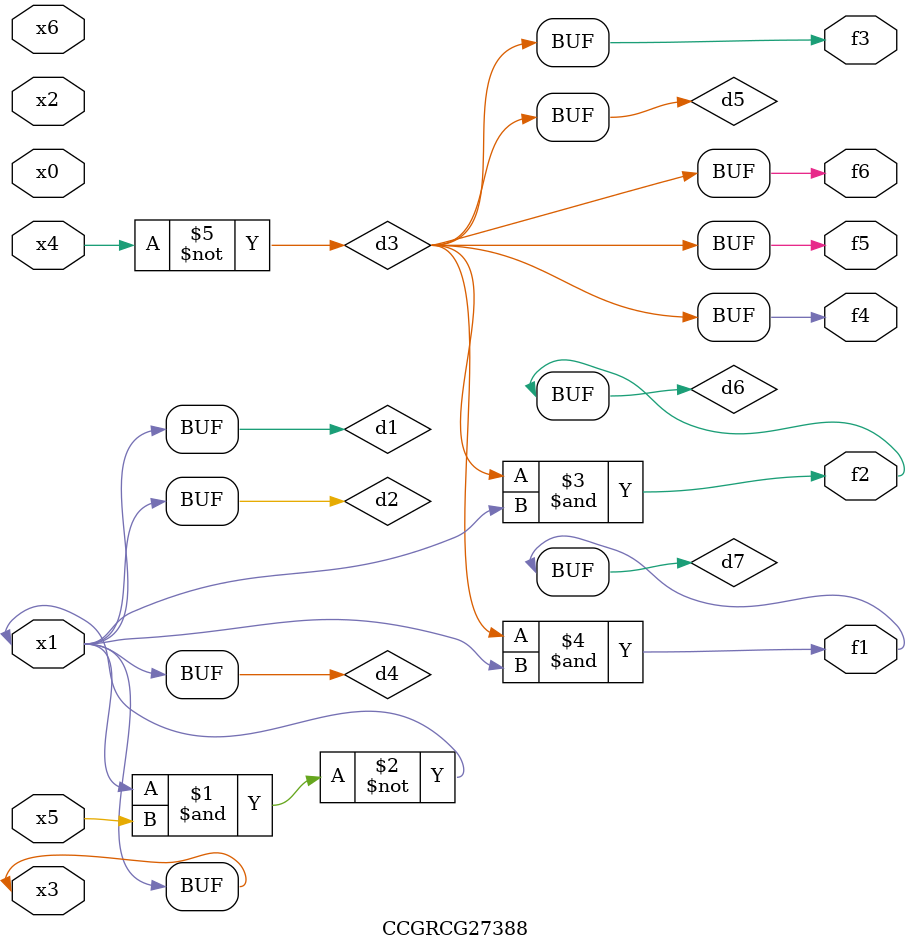
<source format=v>
module CCGRCG27388(
	input x0, x1, x2, x3, x4, x5, x6,
	output f1, f2, f3, f4, f5, f6
);

	wire d1, d2, d3, d4, d5, d6, d7;

	buf (d1, x1, x3);
	nand (d2, x1, x5);
	not (d3, x4);
	buf (d4, d1, d2);
	buf (d5, d3);
	and (d6, d3, d4);
	and (d7, d3, d4);
	assign f1 = d7;
	assign f2 = d6;
	assign f3 = d5;
	assign f4 = d5;
	assign f5 = d5;
	assign f6 = d5;
endmodule

</source>
